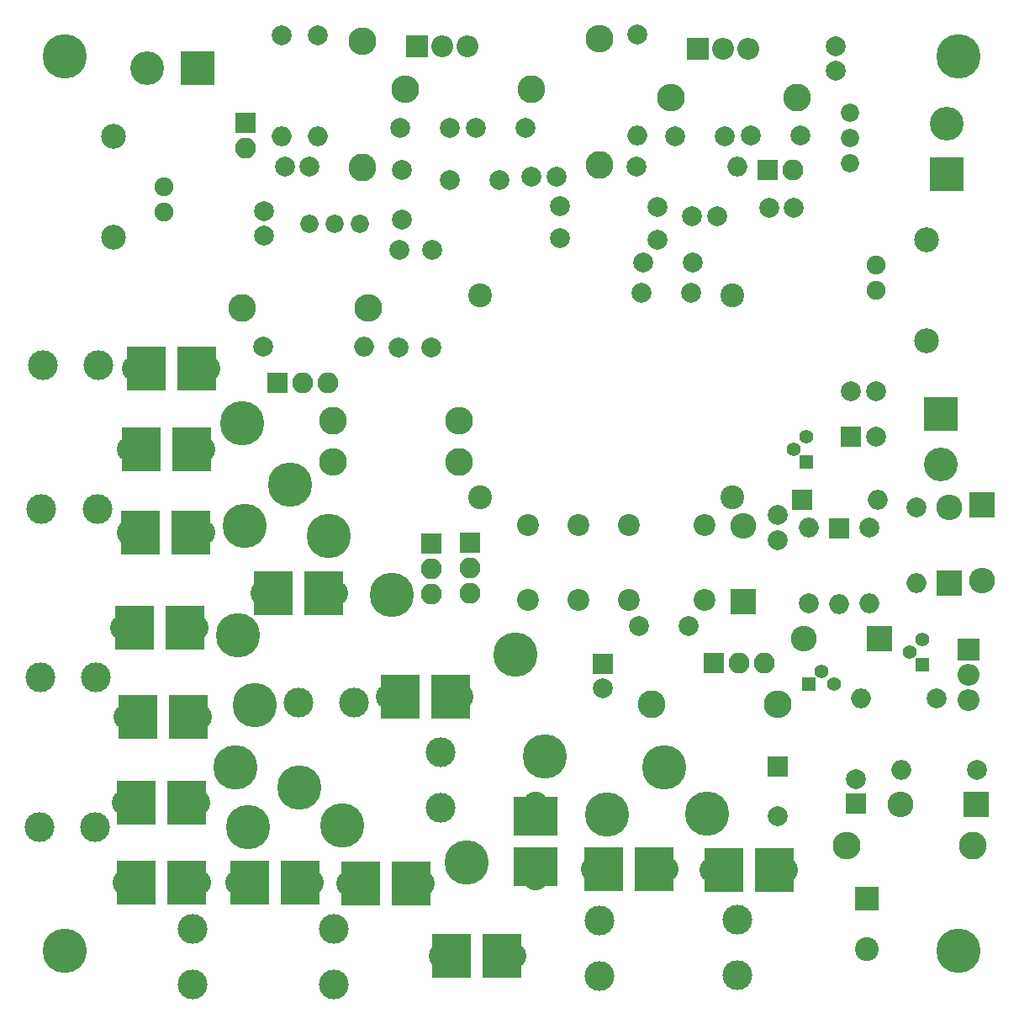
<source format=gbr>
G04 #@! TF.FileFunction,Soldermask,Top*
%FSLAX46Y46*%
G04 Gerber Fmt 4.6, Leading zero omitted, Abs format (unit mm)*
G04 Created by KiCad (PCBNEW 4.0.7) date 02/13/19 12:21:22*
%MOMM*%
%LPD*%
G01*
G04 APERTURE LIST*
%ADD10C,0.100000*%
%ADD11C,3.000000*%
%ADD12C,2.400000*%
%ADD13R,2.000000X2.000000*%
%ADD14C,2.000000*%
%ADD15R,2.400000X2.400000*%
%ADD16O,2.000000X2.000000*%
%ADD17R,2.600000X2.600000*%
%ADD18O,2.600000X2.600000*%
%ADD19C,1.900000*%
%ADD20C,2.500000*%
%ADD21R,3.400000X3.400000*%
%ADD22C,3.400000*%
%ADD23R,2.100000X2.100000*%
%ADD24O,2.100000X2.100000*%
%ADD25C,1.400000*%
%ADD26R,1.400000X1.400000*%
%ADD27C,2.800000*%
%ADD28O,2.800000X2.800000*%
%ADD29C,2.200000*%
%ADD30C,1.840000*%
%ADD31C,4.464000*%
%ADD32R,2.200000X2.200000*%
%ADD33O,2.200000X2.200000*%
%ADD34R,3.900000X4.400000*%
%ADD35R,4.400000X3.900000*%
G04 APERTURE END LIST*
D10*
D11*
X42697400Y-90576400D03*
X48297400Y-90576400D03*
D12*
X112268000Y-69088000D03*
X86868000Y-69088000D03*
X112268000Y-89408000D03*
X86868000Y-89408000D03*
D13*
X124206000Y-83312000D03*
D14*
X126706000Y-83312000D03*
X116840000Y-91186000D03*
X116840000Y-93686000D03*
X124206000Y-78740000D03*
X126706000Y-78740000D03*
X65074800Y-60579000D03*
X65074800Y-63079000D03*
X122707400Y-43967400D03*
X122707400Y-46467400D03*
X67208400Y-56083200D03*
X69708400Y-56083200D03*
X115976400Y-60248800D03*
X118476400Y-60248800D03*
X86410800Y-52222400D03*
X91410800Y-52222400D03*
X114147600Y-52933600D03*
X119147600Y-52933600D03*
X78841600Y-52222400D03*
X83841600Y-52222400D03*
X106527600Y-53086000D03*
X111527600Y-53086000D03*
D13*
X99250500Y-106108500D03*
D14*
X99250500Y-108608500D03*
X108204000Y-61087000D03*
X110704000Y-61087000D03*
D13*
X116814600Y-116459000D03*
D14*
X116814600Y-121459000D03*
D15*
X125806200Y-129794000D03*
D12*
X125806200Y-134794000D03*
D14*
X94526100Y-57086500D03*
X92026100Y-57086500D03*
X103124000Y-68834000D03*
X108124000Y-68834000D03*
X103251000Y-65786000D03*
X108251000Y-65786000D03*
D13*
X124739400Y-120192800D03*
D14*
X124739400Y-117692800D03*
D13*
X123027440Y-92506800D03*
D16*
X123027440Y-100126800D03*
D13*
X119253000Y-89662000D03*
D16*
X126873000Y-89662000D03*
D17*
X127101600Y-103593900D03*
D18*
X119481600Y-103593900D03*
D17*
X113322100Y-99860100D03*
D18*
X113322100Y-92240100D03*
D17*
X137414000Y-90170000D03*
D18*
X137414000Y-97790000D03*
D17*
X136829800Y-120294400D03*
D18*
X129209800Y-120294400D03*
D19*
X55052000Y-58166000D03*
X55052000Y-60706000D03*
D20*
X49972000Y-63246000D03*
X49972000Y-53086000D03*
D21*
X58420000Y-46228000D03*
D22*
X53340000Y-46228000D03*
D19*
X126761200Y-68554600D03*
X126761200Y-66014600D03*
D20*
X131841200Y-63474600D03*
X131841200Y-73634600D03*
D21*
X133223000Y-81026000D03*
D22*
X133223000Y-86106000D03*
D21*
X133858000Y-56896000D03*
D22*
X133858000Y-51816000D03*
D23*
X66484500Y-77851000D03*
D24*
X69024500Y-77851000D03*
X71564500Y-77851000D03*
D23*
X63220600Y-51689000D03*
D24*
X63220600Y-54229000D03*
D23*
X115824000Y-56438800D03*
D24*
X118364000Y-56438800D03*
D23*
X110363000Y-106045000D03*
D24*
X112903000Y-106045000D03*
X115443000Y-106045000D03*
D14*
X65024000Y-74231500D03*
D16*
X75184000Y-74231500D03*
D14*
X70510400Y-42926000D03*
D16*
X70510400Y-53086000D03*
D14*
X102666800Y-42773600D03*
D16*
X102666800Y-52933600D03*
D25*
X118455440Y-84561680D03*
X119725440Y-83291680D03*
D26*
X119725440Y-85831680D03*
D25*
X121221500Y-106934000D03*
X122491500Y-108204000D03*
D26*
X119951500Y-108204000D03*
D25*
X130111500Y-104965500D03*
X131381500Y-103695500D03*
D26*
X131381500Y-106235500D03*
D14*
X119979440Y-100050600D03*
D16*
X119979440Y-92430600D03*
D14*
X126075440Y-92430600D03*
D16*
X126075440Y-100050600D03*
D27*
X84709000Y-85852000D03*
D28*
X72009000Y-85852000D03*
D27*
X72072500Y-81661000D03*
D28*
X84772500Y-81661000D03*
D27*
X62903100Y-70294500D03*
D28*
X75603100Y-70294500D03*
D27*
X75031600Y-56184800D03*
D28*
X75031600Y-43484800D03*
D27*
X98856800Y-55930800D03*
D28*
X98856800Y-43230800D03*
D27*
X91998800Y-48310800D03*
D28*
X79298800Y-48310800D03*
D14*
X66852800Y-42926000D03*
D16*
X66852800Y-53086000D03*
D27*
X118770400Y-49174400D03*
D28*
X106070400Y-49174400D03*
D14*
X102565200Y-56057800D03*
D16*
X112725200Y-56057800D03*
D14*
X132842000Y-109601000D03*
D16*
X125222000Y-109601000D03*
D27*
X136474200Y-124460000D03*
D28*
X123774200Y-124460000D03*
D27*
X104140000Y-110236000D03*
D28*
X116840000Y-110236000D03*
D14*
X130810000Y-90424000D03*
D16*
X130810000Y-98044000D03*
D14*
X136906000Y-116814600D03*
D16*
X129286000Y-116814600D03*
D29*
X101884500Y-99723100D03*
X91724500Y-99723100D03*
X96804500Y-99723100D03*
X96804500Y-92123100D03*
X101884500Y-92123100D03*
X91724500Y-92123100D03*
X109504500Y-99723100D03*
X109504500Y-92123100D03*
D30*
X69646800Y-61823600D03*
X72186800Y-61823600D03*
X74726800Y-61823600D03*
X124104400Y-50711100D03*
X124104400Y-53251100D03*
X124104400Y-55791100D03*
D14*
X81927400Y-74291200D03*
X82027400Y-64491200D03*
X78627400Y-74291200D03*
X78727400Y-64491200D03*
X104695000Y-60134800D03*
X94895000Y-60034800D03*
X104695000Y-63434800D03*
X94895000Y-63334800D03*
D31*
X45000000Y-135000000D03*
X135000000Y-135000000D03*
X135000000Y-45000000D03*
X45000000Y-45000000D03*
D32*
X80467200Y-43992800D03*
D33*
X83007200Y-43992800D03*
X85547200Y-43992800D03*
D32*
X108813600Y-44246800D03*
D33*
X111353600Y-44246800D03*
X113893600Y-44246800D03*
D32*
X136017000Y-104711500D03*
D33*
X136017000Y-107251500D03*
X136017000Y-109791500D03*
D14*
X79019400Y-56413400D03*
X79019400Y-61413400D03*
X83820000Y-57442100D03*
X88820000Y-57442100D03*
X102870000Y-102362000D03*
X107870000Y-102362000D03*
D23*
X85852000Y-93980000D03*
D24*
X85852000Y-96520000D03*
X85852000Y-99060000D03*
D23*
X81915000Y-94043500D03*
D24*
X81915000Y-96583500D03*
X81915000Y-99123500D03*
D31*
X62865000Y-81915000D03*
X63144400Y-92290900D03*
D11*
X48450500Y-76098400D03*
X42850500Y-76098400D03*
D31*
X77965300Y-99212400D03*
X90385900Y-105168700D03*
X62217300Y-116509800D03*
X73012300Y-122428000D03*
X62445900Y-103289100D03*
X63474600Y-122542300D03*
D11*
X48056800Y-122542300D03*
X42456800Y-122542300D03*
X72085200Y-132816600D03*
X72085200Y-138416600D03*
X42570400Y-107480100D03*
X48170400Y-107480100D03*
X57861200Y-138417300D03*
X57861200Y-132817300D03*
D31*
X109753400Y-121234200D03*
X93370400Y-115443000D03*
X99606100Y-121259600D03*
X71589900Y-93268800D03*
D11*
X112801400Y-131838700D03*
X112801400Y-137438700D03*
X82867500Y-120650000D03*
X82867500Y-115050000D03*
X98856800Y-137579100D03*
X98856800Y-131979100D03*
X74142600Y-109994700D03*
X68542600Y-109994700D03*
D31*
X85496400Y-126123700D03*
X105359200Y-116547900D03*
X68643500Y-118592600D03*
X67729100Y-88061800D03*
X64160400Y-110261400D03*
D17*
X134112000Y-97993200D03*
D18*
X134112000Y-90373200D03*
D12*
X72415400Y-99021900D03*
X64915400Y-99021900D03*
D34*
X71145400Y-99021900D03*
X66065400Y-99021900D03*
D12*
X90360500Y-135509000D03*
X82860500Y-135509000D03*
D34*
X89090500Y-135509000D03*
X84010500Y-135509000D03*
D12*
X77520800Y-109435900D03*
X85020800Y-109435900D03*
D34*
X78790800Y-109435900D03*
X83870800Y-109435900D03*
D12*
X105664000Y-126822200D03*
X98164000Y-126822200D03*
D34*
X104394000Y-126822200D03*
X99314000Y-126822200D03*
D12*
X92430600Y-120230900D03*
X92430600Y-127730900D03*
D35*
X92430600Y-121500900D03*
X92430600Y-126580900D03*
D12*
X110134400Y-126898400D03*
X117634400Y-126898400D03*
D34*
X111404400Y-126898400D03*
X116484400Y-126898400D03*
D12*
X58585100Y-128130300D03*
X51085100Y-128130300D03*
D34*
X57315100Y-128130300D03*
X52235100Y-128130300D03*
D12*
X50800000Y-102489000D03*
X58300000Y-102489000D03*
D34*
X52070000Y-102489000D03*
X57150000Y-102489000D03*
D12*
X62395100Y-128130300D03*
X69895100Y-128130300D03*
D34*
X63665100Y-128130300D03*
X68745100Y-128130300D03*
D12*
X51130200Y-111480600D03*
X58630200Y-111480600D03*
D34*
X52400200Y-111480600D03*
X57480200Y-111480600D03*
D12*
X73571100Y-128244600D03*
X81071100Y-128244600D03*
D34*
X74841100Y-128244600D03*
X79921100Y-128244600D03*
D12*
X50965100Y-120091200D03*
X58465100Y-120091200D03*
D34*
X52235100Y-120091200D03*
X57315100Y-120091200D03*
D12*
X58978800Y-92964000D03*
X51478800Y-92964000D03*
D34*
X57708800Y-92964000D03*
X52628800Y-92964000D03*
D12*
X51473100Y-84505800D03*
X58973100Y-84505800D03*
D34*
X52743100Y-84505800D03*
X57823100Y-84505800D03*
D12*
X51968400Y-76454000D03*
X59468400Y-76454000D03*
D34*
X53238400Y-76454000D03*
X58318400Y-76454000D03*
M02*

</source>
